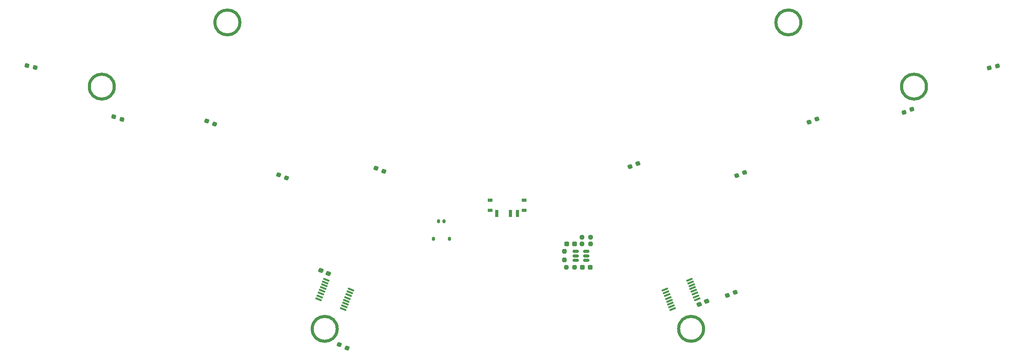
<source format=gbr>
%TF.GenerationSoftware,KiCad,Pcbnew,8.0.6-1.fc41*%
%TF.CreationDate,2024-11-30T15:40:15+11:00*%
%TF.ProjectId,katori,6b61746f-7269-42e6-9b69-6361645f7063,0.1*%
%TF.SameCoordinates,Original*%
%TF.FileFunction,Paste,Bot*%
%TF.FilePolarity,Positive*%
%FSLAX46Y46*%
G04 Gerber Fmt 4.6, Leading zero omitted, Abs format (unit mm)*
G04 Created by KiCad (PCBNEW 8.0.6-1.fc41) date 2024-11-30 15:40:15*
%MOMM*%
%LPD*%
G01*
G04 APERTURE LIST*
G04 Aperture macros list*
%AMRoundRect*
0 Rectangle with rounded corners*
0 $1 Rounding radius*
0 $2 $3 $4 $5 $6 $7 $8 $9 X,Y pos of 4 corners*
0 Add a 4 corners polygon primitive as box body*
4,1,4,$2,$3,$4,$5,$6,$7,$8,$9,$2,$3,0*
0 Add four circle primitives for the rounded corners*
1,1,$1+$1,$2,$3*
1,1,$1+$1,$4,$5*
1,1,$1+$1,$6,$7*
1,1,$1+$1,$8,$9*
0 Add four rect primitives between the rounded corners*
20,1,$1+$1,$2,$3,$4,$5,0*
20,1,$1+$1,$4,$5,$6,$7,0*
20,1,$1+$1,$6,$7,$8,$9,0*
20,1,$1+$1,$8,$9,$2,$3,0*%
G04 Aperture macros list end*
%ADD10C,0.700000*%
%ADD11RoundRect,0.100000X0.628540X-0.146093X-0.553619X0.331530X-0.628540X0.146093X0.553619X-0.331530X0*%
%ADD12RoundRect,0.237500X-0.142827X-0.313858X0.320765X-0.126555X0.142827X0.313858X-0.320765X0.126555X0*%
%ADD13RoundRect,0.237500X-0.367124X-0.107824X0.189186X-0.332588X0.367124X0.107824X-0.189186X0.332588X0*%
%ADD14RoundRect,0.237500X0.250000X0.237500X-0.250000X0.237500X-0.250000X-0.237500X0.250000X-0.237500X0*%
%ADD15RoundRect,0.150000X0.150000X0.275000X-0.150000X0.275000X-0.150000X-0.275000X0.150000X-0.275000X0*%
%ADD16RoundRect,0.175000X0.175000X0.225000X-0.175000X0.225000X-0.175000X-0.225000X0.175000X-0.225000X0*%
%ADD17RoundRect,0.237500X-0.237500X0.250000X-0.237500X-0.250000X0.237500X-0.250000X0.237500X0.250000X0*%
%ADD18RoundRect,0.237500X-0.320765X-0.126555X0.142827X-0.313858X0.320765X0.126555X-0.142827X0.313858X0*%
%ADD19RoundRect,0.237500X-0.300030X-0.169965X0.185117X-0.290926X0.300030X0.169965X-0.185117X0.290926X0*%
%ADD20RoundRect,0.237500X-0.300000X-0.237500X0.300000X-0.237500X0.300000X0.237500X-0.300000X0.237500X0*%
%ADD21RoundRect,0.100000X-0.553619X-0.331530X0.628540X0.146093X0.553619X0.331530X-0.628540X-0.146093X0*%
%ADD22R,1.000000X0.800000*%
%ADD23R,0.700000X1.500000*%
%ADD24RoundRect,0.150000X0.512500X0.150000X-0.512500X0.150000X-0.512500X-0.150000X0.512500X-0.150000X0*%
%ADD25RoundRect,0.237500X0.142827X0.313858X-0.320765X0.126555X-0.142827X-0.313858X0.320765X-0.126555X0*%
%ADD26RoundRect,0.237500X-0.313702X-0.143169X0.159057X-0.305953X0.313702X0.143169X-0.159057X0.305953X0*%
%ADD27RoundRect,0.237500X-0.185117X-0.290926X0.300030X-0.169965X0.185117X0.290926X-0.300030X0.169965X0*%
%ADD28RoundRect,0.237500X-0.159057X-0.305953X0.313702X-0.143169X0.159057X0.305953X-0.313702X0.143169X0*%
%ADD29RoundRect,0.237500X0.189186X0.332588X-0.367124X0.107824X-0.189186X-0.332588X0.367124X-0.107824X0*%
G04 APERTURE END LIST*
D10*
%TO.C,H6*%
X201710500Y-134214536D02*
G75*
G02*
X196310500Y-134214536I-2700000J0D01*
G01*
X196310500Y-134214536D02*
G75*
G02*
X201710500Y-134214536I2700000J0D01*
G01*
%TO.C,H2*%
X222789335Y-67729886D02*
G75*
G02*
X217389335Y-67729886I-2700000J0D01*
G01*
X217389335Y-67729886D02*
G75*
G02*
X222789335Y-67729886I2700000J0D01*
G01*
%TO.C,H1*%
X101260809Y-67729873D02*
G75*
G02*
X95860809Y-67729873I-2700000J0D01*
G01*
X95860809Y-67729873D02*
G75*
G02*
X101260809Y-67729873I2700000J0D01*
G01*
%TO.C,H3*%
X74050042Y-81656173D02*
G75*
G02*
X68650042Y-81656173I-2700000J0D01*
G01*
X68650042Y-81656173D02*
G75*
G02*
X74050042Y-81656173I2700000J0D01*
G01*
%TO.C,H4*%
X250000112Y-81656169D02*
G75*
G02*
X244600112Y-81656169I-2700000J0D01*
G01*
X244600112Y-81656169D02*
G75*
G02*
X250000112Y-81656169I2700000J0D01*
G01*
%TO.C,H5*%
X122339628Y-134214560D02*
G75*
G02*
X116939628Y-134214560I-2700000J0D01*
G01*
X116939628Y-134214560D02*
G75*
G02*
X122339628Y-134214560I2700000J0D01*
G01*
%TD*%
D11*
%TO.C,U2*%
X125325927Y-125699660D03*
X125082433Y-126302330D03*
X124838940Y-126904992D03*
X124595463Y-127507661D03*
X124351951Y-128110330D03*
X124108455Y-128712997D03*
X123864971Y-129315669D03*
X123621474Y-129918331D03*
X118313353Y-127773706D03*
X118556847Y-127171036D03*
X118800340Y-126568374D03*
X119043817Y-125965705D03*
X119287329Y-125363036D03*
X119530825Y-124760369D03*
X119774309Y-124157697D03*
X120017806Y-123555035D03*
%TD*%
D12*
%TO.C,R13*%
X224577720Y-89355354D03*
X226269832Y-88671720D03*
%TD*%
D13*
%TO.C,C1*%
X118826396Y-121573810D03*
X120425792Y-122220010D03*
%TD*%
D14*
%TO.C,R8*%
X173789055Y-120821102D03*
X171964045Y-120821076D03*
%TD*%
D12*
%TO.C,R12*%
X206827756Y-126941482D03*
X208519860Y-126257850D03*
%TD*%
%TO.C,R14*%
X208901104Y-100973939D03*
X210593216Y-100290305D03*
%TD*%
D15*
%TO.C,J1*%
X145508000Y-110873000D03*
X144307992Y-110872999D03*
D16*
X146658001Y-114647995D03*
X143157997Y-114648004D03*
%TD*%
D17*
%TO.C,R16*%
X171539062Y-117408622D03*
X171539052Y-119233612D03*
%TD*%
D18*
%TO.C,R4*%
X130732724Y-99383845D03*
X132424824Y-100067475D03*
%TD*%
D19*
%TO.C,R6*%
X55120499Y-77068493D03*
X56891287Y-77510007D03*
%TD*%
D20*
%TO.C,C2*%
X172039067Y-115821105D03*
X173764065Y-115821103D03*
%TD*%
D21*
%TO.C,U4*%
X195028666Y-129918335D03*
X194785177Y-129315669D03*
X194541683Y-128712996D03*
X194298196Y-128110320D03*
X194054704Y-127507656D03*
X193811201Y-126904987D03*
X193567704Y-126302322D03*
X193324222Y-125699652D03*
X198632338Y-123555025D03*
X198875827Y-124157691D03*
X199119321Y-124760364D03*
X199362808Y-125363040D03*
X199606300Y-125965704D03*
X199849803Y-126568373D03*
X200093300Y-127171038D03*
X200336782Y-127773708D03*
%TD*%
D14*
%TO.C,R9*%
X177201557Y-114321118D03*
X175376547Y-114321092D03*
%TD*%
D22*
%TO.C,SW31*%
X155507605Y-108503449D03*
X155507606Y-106293443D03*
X162807597Y-106293438D03*
X162807598Y-108503435D03*
D23*
X156907590Y-109153445D03*
X159907608Y-109153441D03*
X161407606Y-109153441D03*
%TD*%
D18*
%TO.C,R2*%
X94066019Y-89136456D03*
X95758137Y-89820086D03*
%TD*%
%TO.C,R3*%
X109688212Y-100821654D03*
X111380312Y-101505284D03*
%TD*%
D24*
%TO.C,U3*%
X176289059Y-117421106D03*
X176289062Y-118371124D03*
X176289060Y-119321108D03*
X174014071Y-119321116D03*
X174014068Y-118371098D03*
X174014070Y-117421114D03*
%TD*%
D14*
%TO.C,R7*%
X177201558Y-115821129D03*
X175376548Y-115821103D03*
%TD*%
D25*
%TO.C,R15*%
X187486952Y-98342938D03*
X185794842Y-99026580D03*
%TD*%
D26*
%TO.C,R1*%
X73960450Y-88182852D03*
X75686040Y-88776996D03*
%TD*%
D27*
%TO.C,R11*%
X263577924Y-77613646D03*
X265348706Y-77172144D03*
%TD*%
D28*
%TO.C,R10*%
X245119584Y-87205966D03*
X246845146Y-86611820D03*
%TD*%
D18*
%TO.C,R5*%
X122774767Y-137665429D03*
X124466885Y-138349059D03*
%TD*%
D20*
%TO.C,C3*%
X175426537Y-120821104D03*
X177151535Y-120821102D03*
%TD*%
D29*
%TO.C,C4*%
X202385056Y-128254284D03*
X200785646Y-128900490D03*
%TD*%
M02*

</source>
